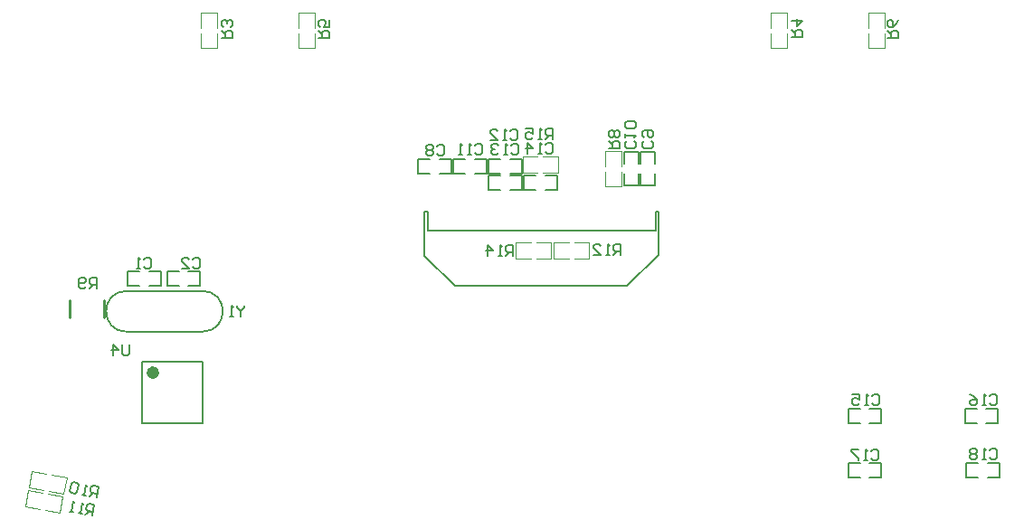
<source format=gbo>
G04 Layer_Color=32896*
%FSLAX25Y25*%
%MOIN*%
G70*
G01*
G75*
%ADD10C,0.01000*%
%ADD40C,0.00800*%
%ADD41C,0.00500*%
%ADD42C,0.00787*%
%ADD43C,0.00394*%
%ADD45C,0.00600*%
%ADD73C,0.02362*%
D10*
X255201Y278850D02*
Y285150D01*
X267799Y278850D02*
Y285150D01*
D40*
X304000Y273500D02*
G03*
X304000Y288500I0J7500D01*
G01*
X276000D02*
G03*
X276000Y273500I0J-7500D01*
G01*
X304000D01*
X276000Y288500D02*
X304000D01*
D41*
X597602Y219843D02*
Y225157D01*
X593272D02*
X597602D01*
X593272Y219843D02*
X597602D01*
X585398D02*
Y225157D01*
X589728D01*
X585398Y219843D02*
X589728D01*
X554102D02*
Y225157D01*
X549772D02*
X554102D01*
X549772Y219843D02*
X554102D01*
X541898D02*
Y225157D01*
X546228D01*
X541898Y219843D02*
X546228D01*
X597102Y239843D02*
Y245158D01*
X592772D02*
X597102D01*
X592772Y239843D02*
X597102D01*
X584898D02*
Y245158D01*
X589228D01*
X584898Y239843D02*
X589228D01*
X554102Y239811D02*
Y245126D01*
X549772D02*
X554102D01*
X549772Y239811D02*
X554102D01*
X541898D02*
Y245126D01*
X546228D01*
X541898Y239811D02*
X546228D01*
X422398Y325842D02*
Y331157D01*
Y325842D02*
X426728D01*
X422398Y331157D02*
X426728D01*
X434602Y325842D02*
Y331157D01*
X430272Y325842D02*
X434602D01*
X430272Y331157D02*
X434602D01*
X421602Y325842D02*
Y331157D01*
X417272D02*
X421602D01*
X417272Y325842D02*
X421602D01*
X409398D02*
Y331157D01*
X413728D01*
X409398Y325842D02*
X413728D01*
X421602Y331842D02*
Y337158D01*
X417272D02*
X421602D01*
X417272Y331842D02*
X421602D01*
X409398D02*
Y337158D01*
X413728D01*
X409398Y331842D02*
X413728D01*
X396398D02*
Y337158D01*
Y331842D02*
X400728D01*
X396398Y337158D02*
X400728D01*
X408602Y331842D02*
Y337158D01*
X404272Y331842D02*
X408602D01*
X404272Y337158D02*
X408602D01*
X459342Y327398D02*
X464657D01*
Y331728D01*
X459342Y327398D02*
Y331728D01*
Y339602D02*
X464657D01*
Y335272D02*
Y339602D01*
X459342Y335272D02*
Y339602D01*
X465343Y327398D02*
X470657D01*
Y331728D01*
X465343Y327398D02*
Y331728D01*
Y339602D02*
X470657D01*
Y335272D02*
Y339602D01*
X465343Y335272D02*
Y339602D01*
X383398Y331842D02*
Y337158D01*
Y331842D02*
X387728D01*
X383398Y337158D02*
X387728D01*
X395602Y331842D02*
Y337158D01*
X391272Y331842D02*
X395602D01*
X391272Y337158D02*
X395602D01*
X290898Y290342D02*
Y295657D01*
Y290342D02*
X295228D01*
X290898Y295657D02*
X295228D01*
X303102Y290342D02*
Y295657D01*
X298772Y290342D02*
X303102D01*
X298772Y295657D02*
X303102D01*
X288602Y290342D02*
Y295657D01*
X284272D02*
X288602D01*
X284272Y290342D02*
X288602D01*
X276398D02*
Y295657D01*
X280728D01*
X276398Y290342D02*
X280728D01*
D42*
X405386Y290266D02*
X452236D01*
X387071Y310688D02*
X470929D01*
X385890Y301494D02*
X397118Y290266D01*
X452236D02*
X460504D01*
X472110Y301872D01*
X397118Y290266D02*
X405386D01*
X472110Y301872D02*
Y317825D01*
X385890Y301494D02*
Y317825D01*
X470929Y310688D02*
Y317825D01*
X387071Y310688D02*
Y317825D01*
X470929D02*
X472110D01*
X385890D02*
X387071D01*
X281780Y262320D02*
X304221D01*
X281780Y239879D02*
X304221D01*
X281780D02*
Y262320D01*
X304221Y239879D02*
Y262320D01*
D43*
X429500Y338000D02*
X435000D01*
Y332000D02*
Y338000D01*
X429500Y332000D02*
X435000D01*
X422000Y338000D02*
X427500D01*
X422000Y332000D02*
Y338000D01*
Y332000D02*
X427500D01*
X419500Y300500D02*
X425000D01*
X419500D02*
Y306500D01*
X425000D01*
X427000Y300500D02*
X432500D01*
Y306500D01*
X427000D02*
X432500D01*
X441000Y306500D02*
X446500D01*
Y300500D02*
Y306500D01*
X441000Y300500D02*
X446500D01*
X433500Y306500D02*
X439000D01*
X433500Y300500D02*
Y306500D01*
Y300500D02*
X439000D01*
X238578Y209174D02*
X243994Y208219D01*
X238578Y209174D02*
X239620Y215083D01*
X245036Y214128D01*
X245964Y207872D02*
X251380Y206917D01*
X252422Y212826D01*
X247006Y213781D02*
X252422Y212826D01*
X240078Y216174D02*
X245494Y215219D01*
X240078Y216174D02*
X241120Y222083D01*
X246536Y221128D01*
X247464Y214872D02*
X252880Y213917D01*
X253922Y219826D01*
X248506Y220781D02*
X253922Y219826D01*
X458500Y327000D02*
Y332500D01*
X452500Y327000D02*
X458500D01*
X452500D02*
Y332500D01*
X458500Y334500D02*
Y340000D01*
X452500D02*
X458500D01*
X452500Y334500D02*
Y340000D01*
X549500Y385500D02*
Y391000D01*
X555500D01*
Y385500D02*
Y391000D01*
X549500Y378000D02*
Y383500D01*
Y378000D02*
X555500D01*
Y383500D01*
X339500Y385500D02*
Y391000D01*
X345500D01*
Y385500D02*
Y391000D01*
X339500Y378000D02*
Y383500D01*
Y378000D02*
X345500D01*
Y383500D01*
X513500Y385500D02*
Y391000D01*
X519500D01*
Y385500D02*
Y391000D01*
X513500Y378000D02*
Y383500D01*
Y378000D02*
X519500D01*
Y383500D01*
X303500Y385500D02*
Y391000D01*
X309500D01*
Y385500D02*
Y391000D01*
X303500Y378000D02*
Y383500D01*
Y378000D02*
X309500D01*
Y383500D01*
D45*
X282434Y300132D02*
X283101Y300799D01*
X284434D01*
X285100Y300132D01*
Y297466D01*
X284434Y296800D01*
X283101D01*
X282434Y297466D01*
X281101Y296800D02*
X279768D01*
X280435D01*
Y300799D01*
X281101Y300132D01*
X300434D02*
X301101Y300799D01*
X302434D01*
X303100Y300132D01*
Y297466D01*
X302434Y296800D01*
X301101D01*
X300434Y297466D01*
X296435Y296800D02*
X299101D01*
X296435Y299466D01*
Y300132D01*
X297102Y300799D01*
X298435D01*
X299101Y300132D01*
X390334Y341832D02*
X391001Y342499D01*
X392334D01*
X393000Y341832D01*
Y339166D01*
X392334Y338500D01*
X391001D01*
X390334Y339166D01*
X389001Y341832D02*
X388335Y342499D01*
X387002D01*
X386335Y341832D01*
Y341166D01*
X387002Y340499D01*
X386335Y339833D01*
Y339166D01*
X387002Y338500D01*
X388335D01*
X389001Y339166D01*
Y339833D01*
X388335Y340499D01*
X389001Y341166D01*
Y341832D01*
X388335Y340499D02*
X387002D01*
X469432Y343666D02*
X470099Y342999D01*
Y341666D01*
X469432Y341000D01*
X466766D01*
X466100Y341666D01*
Y342999D01*
X466766Y343666D01*
Y344999D02*
X466100Y345665D01*
Y346998D01*
X466766Y347664D01*
X469432D01*
X470099Y346998D01*
Y345665D01*
X469432Y344999D01*
X468766D01*
X468099Y345665D01*
Y347664D01*
X463132Y343666D02*
X463799Y342999D01*
Y341666D01*
X463132Y341000D01*
X460466D01*
X459800Y341666D01*
Y342999D01*
X460466Y343666D01*
X459800Y344999D02*
Y346332D01*
Y345665D01*
X463799D01*
X463132Y344999D01*
Y348331D02*
X463799Y348997D01*
Y350330D01*
X463132Y350997D01*
X460466D01*
X459800Y350330D01*
Y348997D01*
X460466Y348331D01*
X463132D01*
X404234Y342032D02*
X404901Y342699D01*
X406234D01*
X406900Y342032D01*
Y339366D01*
X406234Y338700D01*
X404901D01*
X404234Y339366D01*
X402901Y338700D02*
X401568D01*
X402235D01*
Y342699D01*
X402901Y342032D01*
X399569Y338700D02*
X398236D01*
X398903D01*
Y342699D01*
X399569Y342032D01*
X417234Y347432D02*
X417901Y348099D01*
X419234D01*
X419900Y347432D01*
Y344766D01*
X419234Y344100D01*
X417901D01*
X417234Y344766D01*
X415901Y344100D02*
X414568D01*
X415235D01*
Y348099D01*
X415901Y347432D01*
X409903Y344100D02*
X412569D01*
X409903Y346766D01*
Y347432D01*
X410570Y348099D01*
X411903D01*
X412569Y347432D01*
X417634Y342232D02*
X418301Y342899D01*
X419634D01*
X420300Y342232D01*
Y339566D01*
X419634Y338900D01*
X418301D01*
X417634Y339566D01*
X416301Y338900D02*
X414968D01*
X415635D01*
Y342899D01*
X416301Y342232D01*
X412969D02*
X412303Y342899D01*
X410970D01*
X410303Y342232D01*
Y341566D01*
X410970Y340899D01*
X411636D01*
X410970D01*
X410303Y340233D01*
Y339566D01*
X410970Y338900D01*
X412303D01*
X412969Y339566D01*
X430534Y342332D02*
X431201Y342999D01*
X432534D01*
X433200Y342332D01*
Y339666D01*
X432534Y339000D01*
X431201D01*
X430534Y339666D01*
X429201Y339000D02*
X427868D01*
X428535D01*
Y342999D01*
X429201Y342332D01*
X423870Y339000D02*
Y342999D01*
X425869Y340999D01*
X423203D01*
X550834Y249732D02*
X551501Y250399D01*
X552834D01*
X553500Y249732D01*
Y247066D01*
X552834Y246400D01*
X551501D01*
X550834Y247066D01*
X549501Y246400D02*
X548168D01*
X548835D01*
Y250399D01*
X549501Y249732D01*
X543503Y250399D02*
X546169D01*
Y248399D01*
X544836Y249066D01*
X544170D01*
X543503Y248399D01*
Y247066D01*
X544170Y246400D01*
X545503D01*
X546169Y247066D01*
X593934Y249632D02*
X594601Y250299D01*
X595934D01*
X596600Y249632D01*
Y246966D01*
X595934Y246300D01*
X594601D01*
X593934Y246966D01*
X592601Y246300D02*
X591268D01*
X591935D01*
Y250299D01*
X592601Y249632D01*
X586603Y250299D02*
X587936Y249632D01*
X589269Y248299D01*
Y246966D01*
X588603Y246300D01*
X587270D01*
X586603Y246966D01*
Y247633D01*
X587270Y248299D01*
X589269D01*
X550234Y229432D02*
X550901Y230099D01*
X552234D01*
X552900Y229432D01*
Y226766D01*
X552234Y226100D01*
X550901D01*
X550234Y226766D01*
X548901Y226100D02*
X547568D01*
X548235D01*
Y230099D01*
X548901Y229432D01*
X545569Y230099D02*
X542903D01*
Y229432D01*
X545569Y226766D01*
Y226100D01*
X594034Y229832D02*
X594701Y230499D01*
X596034D01*
X596700Y229832D01*
Y227166D01*
X596034Y226500D01*
X594701D01*
X594034Y227166D01*
X592701Y226500D02*
X591368D01*
X592035D01*
Y230499D01*
X592701Y229832D01*
X589369D02*
X588703Y230499D01*
X587370D01*
X586703Y229832D01*
Y229166D01*
X587370Y228499D01*
X586703Y227833D01*
Y227166D01*
X587370Y226500D01*
X588703D01*
X589369Y227166D01*
Y227833D01*
X588703Y228499D01*
X589369Y229166D01*
Y229832D01*
X588703Y228499D02*
X587370D01*
X310900Y381600D02*
X314899D01*
Y383599D01*
X314232Y384266D01*
X312899D01*
X312233Y383599D01*
Y381600D01*
Y382933D02*
X310900Y384266D01*
X314232Y385599D02*
X314899Y386265D01*
Y387598D01*
X314232Y388264D01*
X313566D01*
X312899Y387598D01*
Y386932D01*
Y387598D01*
X312233Y388264D01*
X311566D01*
X310900Y387598D01*
Y386265D01*
X311566Y385599D01*
X521000Y382100D02*
X524999D01*
Y384099D01*
X524332Y384766D01*
X522999D01*
X522333Y384099D01*
Y382100D01*
Y383433D02*
X521000Y384766D01*
Y388098D02*
X524999D01*
X522999Y386099D01*
Y388765D01*
X346600Y381700D02*
X350599D01*
Y383699D01*
X349932Y384366D01*
X348599D01*
X347933Y383699D01*
Y381700D01*
Y383033D02*
X346600Y384366D01*
X350599Y388365D02*
Y385699D01*
X348599D01*
X349266Y387032D01*
Y387698D01*
X348599Y388365D01*
X347266D01*
X346600Y387698D01*
Y386365D01*
X347266Y385699D01*
X556500Y381700D02*
X560499D01*
Y383699D01*
X559832Y384366D01*
X558499D01*
X557833Y383699D01*
Y381700D01*
Y383033D02*
X556500Y384366D01*
X560499Y388365D02*
X559832Y387032D01*
X558499Y385699D01*
X557166D01*
X556500Y386365D01*
Y387698D01*
X557166Y388365D01*
X557833D01*
X558499Y387698D01*
Y385699D01*
X453600Y341000D02*
X457599D01*
Y342999D01*
X456932Y343666D01*
X455599D01*
X454933Y342999D01*
Y341000D01*
Y342333D02*
X453600Y343666D01*
X456932Y344999D02*
X457599Y345665D01*
Y346998D01*
X456932Y347664D01*
X456266D01*
X455599Y346998D01*
X454933Y347664D01*
X454266D01*
X453600Y346998D01*
Y345665D01*
X454266Y344999D01*
X454933D01*
X455599Y345665D01*
X456266Y344999D01*
X456932D01*
X455599Y345665D02*
Y346998D01*
X265100Y289500D02*
Y293499D01*
X263101D01*
X262434Y292832D01*
Y291499D01*
X263101Y290833D01*
X265100D01*
X263767D02*
X262434Y289500D01*
X261101Y290166D02*
X260435Y289500D01*
X259102D01*
X258436Y290166D01*
Y292832D01*
X259102Y293499D01*
X260435D01*
X261101Y292832D01*
Y292166D01*
X260435Y291499D01*
X258436D01*
X264900Y212400D02*
X265594Y216338D01*
X263625Y216685D01*
X262853Y216144D01*
X262622Y214832D01*
X263162Y214060D01*
X265131Y213713D01*
X263819Y213944D02*
X262275Y212863D01*
X260962Y213094D02*
X259649Y213326D01*
X260306Y213210D01*
X261000Y217148D01*
X261541Y216376D01*
X258259Y216955D02*
X257718Y217727D01*
X256406Y217958D01*
X255634Y217418D01*
X255171Y214792D01*
X255711Y214020D01*
X257024Y213789D01*
X257796Y214329D01*
X258259Y216955D01*
X263500Y205700D02*
X264194Y209638D01*
X262225Y209985D01*
X261453Y209444D01*
X261222Y208132D01*
X261762Y207360D01*
X263732Y207013D01*
X262419Y207244D02*
X260875Y206163D01*
X259562Y206394D02*
X258249Y206626D01*
X258906Y206510D01*
X259600Y210448D01*
X260141Y209676D01*
X256280Y206973D02*
X254968Y207205D01*
X255624Y207089D01*
X256318Y211027D01*
X256859Y210255D01*
X458000Y301600D02*
Y305599D01*
X456001D01*
X455334Y304932D01*
Y303599D01*
X456001Y302933D01*
X458000D01*
X456667D02*
X455334Y301600D01*
X454001D02*
X452668D01*
X453335D01*
Y305599D01*
X454001Y304932D01*
X448003Y301600D02*
X450669D01*
X448003Y304266D01*
Y304932D01*
X448670Y305599D01*
X450003D01*
X450669Y304932D01*
X418400Y301300D02*
Y305299D01*
X416401D01*
X415734Y304632D01*
Y303299D01*
X416401Y302633D01*
X418400D01*
X417067D02*
X415734Y301300D01*
X414401D02*
X413068D01*
X413735D01*
Y305299D01*
X414401Y304632D01*
X409070Y301300D02*
Y305299D01*
X411069Y303299D01*
X408403D01*
X433100Y344400D02*
Y348399D01*
X431101D01*
X430434Y347732D01*
Y346399D01*
X431101Y345733D01*
X433100D01*
X431767D02*
X430434Y344400D01*
X429101D02*
X427768D01*
X428435D01*
Y348399D01*
X429101Y347732D01*
X423103Y348399D02*
X425769D01*
Y346399D01*
X424436Y347066D01*
X423770D01*
X423103Y346399D01*
Y345066D01*
X423770Y344400D01*
X425103D01*
X425769Y345066D01*
X276916Y268870D02*
Y265538D01*
X276250Y264872D01*
X274917D01*
X274251Y265538D01*
Y268870D01*
X270918Y264872D02*
Y268870D01*
X272918Y266871D01*
X270252D01*
X319400Y283099D02*
Y282432D01*
X318067Y281099D01*
X316734Y282432D01*
Y283099D01*
X318067Y281099D02*
Y279100D01*
X315401D02*
X314068D01*
X314735D01*
Y283099D01*
X315401Y282432D01*
D73*
X286898Y258383D02*
G03*
X286898Y258383I-1181J0D01*
G01*
M02*

</source>
